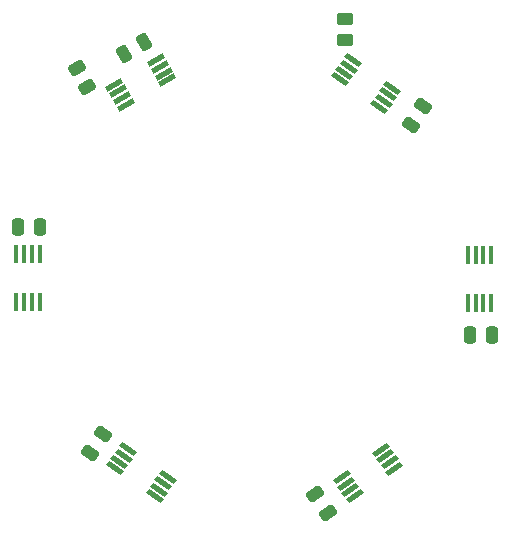
<source format=gbr>
%TF.GenerationSoftware,KiCad,Pcbnew,7.0.10*%
%TF.CreationDate,2024-07-08T17:56:43-07:00*%
%TF.ProjectId,Thermistor Ring,54686572-6d69-4737-946f-722052696e67,rev?*%
%TF.SameCoordinates,Original*%
%TF.FileFunction,Paste,Top*%
%TF.FilePolarity,Positive*%
%FSLAX46Y46*%
G04 Gerber Fmt 4.6, Leading zero omitted, Abs format (unit mm)*
G04 Created by KiCad (PCBNEW 7.0.10) date 2024-07-08 17:56:43*
%MOMM*%
%LPD*%
G01*
G04 APERTURE LIST*
G04 Aperture macros list*
%AMRoundRect*
0 Rectangle with rounded corners*
0 $1 Rounding radius*
0 $2 $3 $4 $5 $6 $7 $8 $9 X,Y pos of 4 corners*
0 Add a 4 corners polygon primitive as box body*
4,1,4,$2,$3,$4,$5,$6,$7,$8,$9,$2,$3,0*
0 Add four circle primitives for the rounded corners*
1,1,$1+$1,$2,$3*
1,1,$1+$1,$4,$5*
1,1,$1+$1,$6,$7*
1,1,$1+$1,$8,$9*
0 Add four rect primitives between the rounded corners*
20,1,$1+$1,$2,$3,$4,$5,0*
20,1,$1+$1,$4,$5,$6,$7,0*
20,1,$1+$1,$6,$7,$8,$9,0*
20,1,$1+$1,$8,$9,$2,$3,0*%
%AMRotRect*
0 Rectangle, with rotation*
0 The origin of the aperture is its center*
0 $1 length*
0 $2 width*
0 $3 Rotation angle, in degrees counterclockwise*
0 Add horizontal line*
21,1,$1,$2,0,0,$3*%
G04 Aperture macros list end*
%ADD10RoundRect,0.250000X0.250000X0.475000X-0.250000X0.475000X-0.250000X-0.475000X0.250000X-0.475000X0*%
%ADD11RoundRect,0.250000X0.245703X-0.477237X0.532491X-0.067661X-0.245703X0.477237X-0.532491X0.067661X0*%
%ADD12RotRect,1.524000X0.457200X145.000000*%
%ADD13RotRect,1.524000X0.457200X325.000000*%
%ADD14RotRect,1.524000X0.457200X30.000000*%
%ADD15R,0.457200X1.524000*%
%ADD16RotRect,1.524000X0.457200X215.000000*%
%ADD17RoundRect,0.250000X0.532491X0.067661X0.245703X0.477237X-0.532491X-0.067661X-0.245703X-0.477237X0*%
%ADD18RoundRect,0.250000X-0.020994X0.536362X-0.454006X0.286362X0.020994X-0.536362X0.454006X-0.286362X0*%
%ADD19RoundRect,0.250000X-0.250000X-0.475000X0.250000X-0.475000X0.250000X0.475000X-0.250000X0.475000X0*%
%ADD20RoundRect,0.250000X-0.520961X0.002332X-0.258461X-0.452332X0.520961X-0.002332X0.258461X0.452332X0*%
%ADD21RoundRect,0.250000X-0.450000X0.262500X-0.450000X-0.262500X0.450000X-0.262500X0.450000X0.262500X0*%
%ADD22RoundRect,0.250000X-0.245703X0.477237X-0.532491X0.067661X0.245703X-0.477237X0.532491X-0.067661X0*%
G04 APERTURE END LIST*
D10*
%TO.C,C6*%
X94974148Y-61158053D03*
X93074148Y-61158053D03*
%TD*%
D11*
%TO.C,C5*%
X60951657Y-71101308D03*
X62041453Y-69544920D03*
%TD*%
D12*
%TO.C,U6*%
X66400791Y-74765539D03*
X66773614Y-74233092D03*
X67146440Y-73700642D03*
X67519264Y-73168194D03*
X64169423Y-70822611D03*
X63796600Y-71355058D03*
X63423774Y-71887508D03*
X63050950Y-72419956D03*
%TD*%
D13*
%TO.C,U7*%
X83194031Y-37897474D03*
X82821208Y-38429921D03*
X82448382Y-38962371D03*
X82075558Y-39494819D03*
X85425399Y-41840402D03*
X85798222Y-41307955D03*
X86171048Y-40775505D03*
X86543872Y-40243057D03*
%TD*%
D14*
%TO.C,U2*%
X62966003Y-39950240D03*
X63291002Y-40513155D03*
X63616003Y-41076073D03*
X63941002Y-41638988D03*
X67482527Y-39594288D03*
X67157528Y-39031373D03*
X66832527Y-38468455D03*
X66507528Y-37905540D03*
%TD*%
D15*
%TO.C,U5*%
X94885923Y-54336981D03*
X94235925Y-54336981D03*
X93585923Y-54336981D03*
X92935925Y-54336981D03*
X92935925Y-58426381D03*
X93585923Y-58426381D03*
X94235925Y-58426381D03*
X94885923Y-58426381D03*
%TD*%
%TO.C,U3*%
X54708916Y-58379595D03*
X55358914Y-58379595D03*
X56008916Y-58379595D03*
X56658914Y-58379595D03*
X56658914Y-54290195D03*
X56008916Y-54290195D03*
X55358914Y-54290195D03*
X54708916Y-54290195D03*
%TD*%
D16*
%TO.C,U4*%
X86696278Y-72458775D03*
X86323454Y-71926327D03*
X85950628Y-71393877D03*
X85577805Y-70861430D03*
X82227964Y-73207013D03*
X82600788Y-73739461D03*
X82973614Y-74271911D03*
X83346437Y-74804358D03*
%TD*%
D17*
%TO.C,C1*%
X81052768Y-76195570D03*
X79962972Y-74639182D03*
%TD*%
D18*
%TO.C,C3*%
X63833754Y-37332625D03*
X65479202Y-36382625D03*
%TD*%
D19*
%TO.C,C2*%
X54841174Y-52013806D03*
X56741174Y-52013806D03*
%TD*%
D20*
%TO.C,R3*%
X59792491Y-38539046D03*
X60704991Y-40119542D03*
%TD*%
D21*
%TO.C,R2*%
X82543481Y-36189073D03*
X82543481Y-34364073D03*
%TD*%
D22*
%TO.C,C4*%
X89163648Y-41801154D03*
X88073852Y-43357542D03*
%TD*%
M02*

</source>
